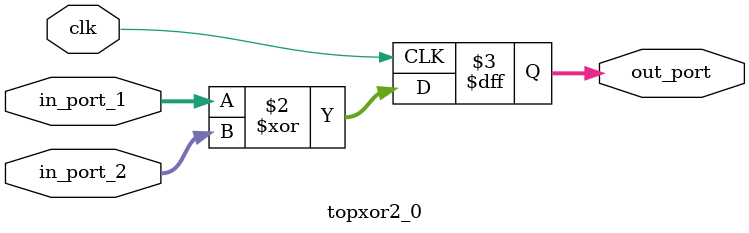
<source format=v>
module topxor2_0(
input wire [31:0] in_port_1,
input wire [31:0] in_port_2,
input wire clk,
output reg [31:0] out_port 
);


always @(posedge clk) begin: topEntry

out_port <= (in_port_1) ^ (in_port_2);
end // topEntry
endmodule // topxor2_0


</source>
